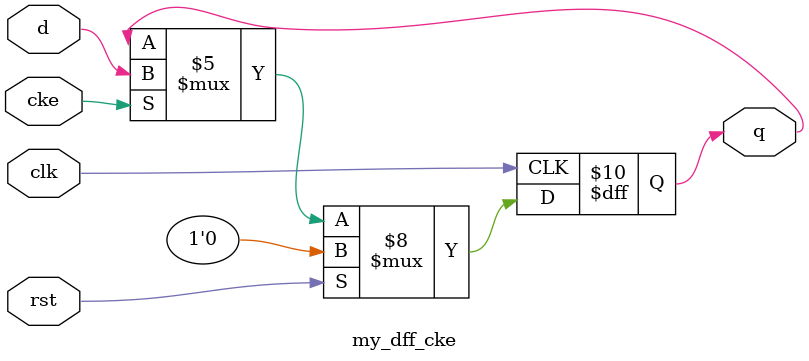
<source format=sv>
`timescale 1ns/1ps

module my_dff_cke #(
    parameter n=1,
    parameter init=0
) (
    input wire [n-1:0] d,
    output reg [n-1:0] q,
    input wire clk,
    input wire rst,
    input wire cke
);
    always @(posedge clk) begin
        if (rst == 1'b1) begin
            q <= init;
        end else if (cke == 1'b1) begin
            q <= d;
        end else begin
            q <= q;
        end
    end
endmodule

</source>
